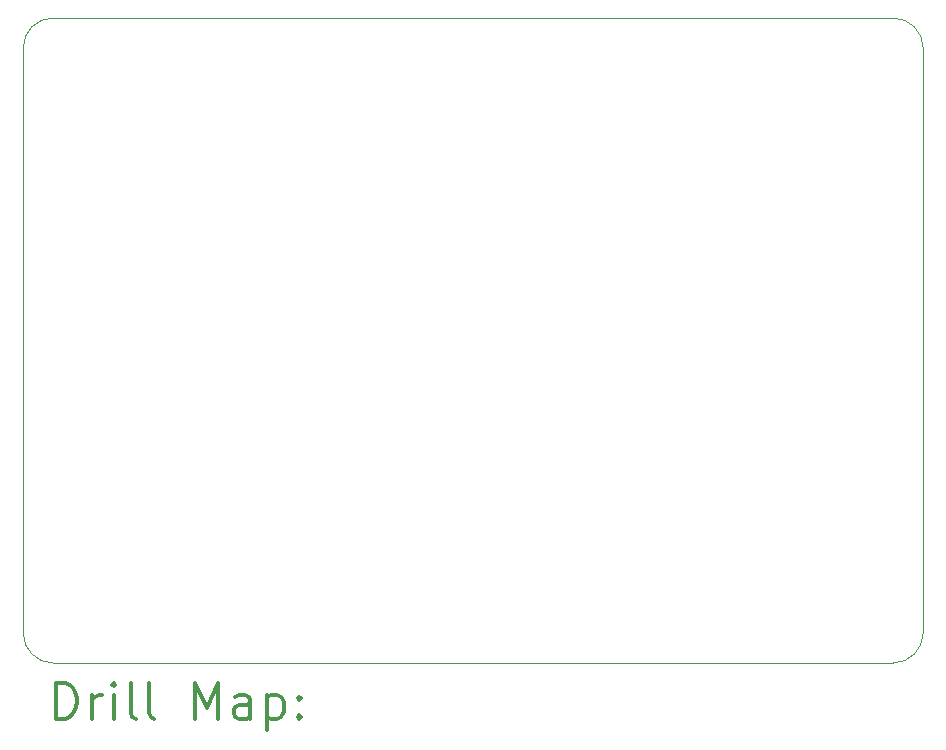
<source format=gbr>
%FSLAX45Y45*%
G04 Gerber Fmt 4.5, Leading zero omitted, Abs format (unit mm)*
G04 Created by KiCad (PCBNEW 5.0.2-bee76a0~70~ubuntu16.04.1) date Seg 25 Nov 2019 00:16:14 -03*
%MOMM*%
%LPD*%
G01*
G04 APERTURE LIST*
%ADD10C,0.100000*%
%ADD11C,0.200000*%
%ADD12C,0.300000*%
G04 APERTURE END LIST*
D10*
X18415000Y-12192000D02*
G75*
G02X18161000Y-12446000I-254000J0D01*
G01*
X18161000Y-6985000D02*
G75*
G02X18415000Y-7239000I0J-254000D01*
G01*
X10795000Y-7239000D02*
G75*
G02X11049000Y-6985000I254000J0D01*
G01*
X11049000Y-12446000D02*
G75*
G02X10795000Y-12192000I0J254000D01*
G01*
X10795000Y-12192000D02*
X10795000Y-7239000D01*
X18161000Y-12446000D02*
X11049000Y-12446000D01*
X18415000Y-7239000D02*
X18415000Y-12192000D01*
X11049000Y-6985000D02*
X18161000Y-6985000D01*
D11*
D12*
X11076428Y-12916714D02*
X11076428Y-12616714D01*
X11147857Y-12616714D01*
X11190714Y-12631000D01*
X11219286Y-12659571D01*
X11233571Y-12688143D01*
X11247857Y-12745286D01*
X11247857Y-12788143D01*
X11233571Y-12845286D01*
X11219286Y-12873857D01*
X11190714Y-12902429D01*
X11147857Y-12916714D01*
X11076428Y-12916714D01*
X11376428Y-12916714D02*
X11376428Y-12716714D01*
X11376428Y-12773857D02*
X11390714Y-12745286D01*
X11405000Y-12731000D01*
X11433571Y-12716714D01*
X11462143Y-12716714D01*
X11562143Y-12916714D02*
X11562143Y-12716714D01*
X11562143Y-12616714D02*
X11547857Y-12631000D01*
X11562143Y-12645286D01*
X11576428Y-12631000D01*
X11562143Y-12616714D01*
X11562143Y-12645286D01*
X11747857Y-12916714D02*
X11719286Y-12902429D01*
X11705000Y-12873857D01*
X11705000Y-12616714D01*
X11905000Y-12916714D02*
X11876428Y-12902429D01*
X11862143Y-12873857D01*
X11862143Y-12616714D01*
X12247857Y-12916714D02*
X12247857Y-12616714D01*
X12347857Y-12831000D01*
X12447857Y-12616714D01*
X12447857Y-12916714D01*
X12719286Y-12916714D02*
X12719286Y-12759571D01*
X12705000Y-12731000D01*
X12676428Y-12716714D01*
X12619286Y-12716714D01*
X12590714Y-12731000D01*
X12719286Y-12902429D02*
X12690714Y-12916714D01*
X12619286Y-12916714D01*
X12590714Y-12902429D01*
X12576428Y-12873857D01*
X12576428Y-12845286D01*
X12590714Y-12816714D01*
X12619286Y-12802429D01*
X12690714Y-12802429D01*
X12719286Y-12788143D01*
X12862143Y-12716714D02*
X12862143Y-13016714D01*
X12862143Y-12731000D02*
X12890714Y-12716714D01*
X12947857Y-12716714D01*
X12976428Y-12731000D01*
X12990714Y-12745286D01*
X13005000Y-12773857D01*
X13005000Y-12859571D01*
X12990714Y-12888143D01*
X12976428Y-12902429D01*
X12947857Y-12916714D01*
X12890714Y-12916714D01*
X12862143Y-12902429D01*
X13133571Y-12888143D02*
X13147857Y-12902429D01*
X13133571Y-12916714D01*
X13119286Y-12902429D01*
X13133571Y-12888143D01*
X13133571Y-12916714D01*
X13133571Y-12731000D02*
X13147857Y-12745286D01*
X13133571Y-12759571D01*
X13119286Y-12745286D01*
X13133571Y-12731000D01*
X13133571Y-12759571D01*
M02*

</source>
